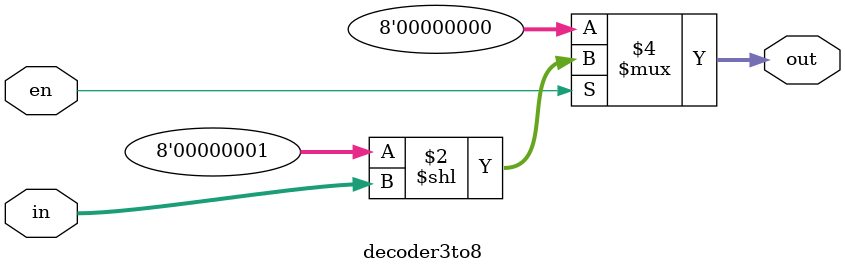
<source format=v>
module decoder3to8 (
    input [2:0] in,       // 3-bit input
    input en,             // Enable signal
    output reg [7:0] out  // 8-bit output
);

always @(*) begin
    if (en)
        out = 8'b00000001 << in; // Shift 1 to the left by 'in' positions
    else
        out = 8'b00000000;       // All outputs low when disabled
end

endmodule

</source>
